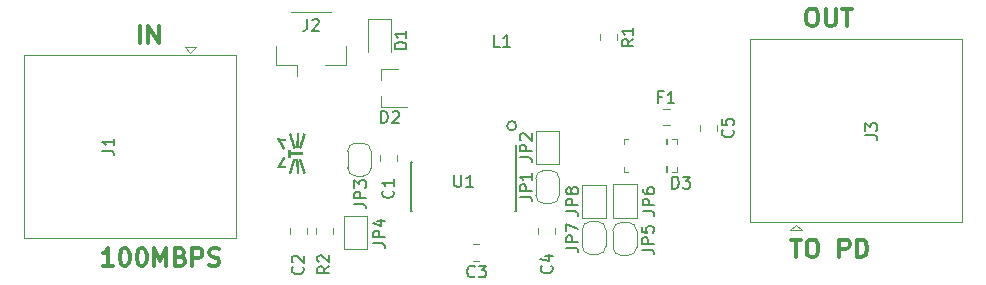
<source format=gbr>
G04 #@! TF.GenerationSoftware,KiCad,Pcbnew,(5.0.0)*
G04 #@! TF.CreationDate,2019-01-08T22:48:22-05:00*
G04 #@! TF.ProjectId,PoE PSE,506F45205053452E6B696361645F7063,rev?*
G04 #@! TF.SameCoordinates,Original*
G04 #@! TF.FileFunction,Legend,Top*
G04 #@! TF.FilePolarity,Positive*
%FSLAX46Y46*%
G04 Gerber Fmt 4.6, Leading zero omitted, Abs format (unit mm)*
G04 Created by KiCad (PCBNEW (5.0.0)) date 01/08/19 22:48:22*
%MOMM*%
%LPD*%
G01*
G04 APERTURE LIST*
%ADD10C,0.300000*%
%ADD11C,0.150000*%
%ADD12C,0.100000*%
%ADD13C,0.120000*%
%ADD14C,0.010000*%
G04 APERTURE END LIST*
D10*
X96629411Y-116680371D02*
X95772268Y-116680371D01*
X96200840Y-116680371D02*
X96200840Y-115180371D01*
X96057982Y-115394657D01*
X95915125Y-115537514D01*
X95772268Y-115608942D01*
X97557982Y-115180371D02*
X97700840Y-115180371D01*
X97843697Y-115251800D01*
X97915125Y-115323228D01*
X97986554Y-115466085D01*
X98057982Y-115751800D01*
X98057982Y-116108942D01*
X97986554Y-116394657D01*
X97915125Y-116537514D01*
X97843697Y-116608942D01*
X97700840Y-116680371D01*
X97557982Y-116680371D01*
X97415125Y-116608942D01*
X97343697Y-116537514D01*
X97272268Y-116394657D01*
X97200840Y-116108942D01*
X97200840Y-115751800D01*
X97272268Y-115466085D01*
X97343697Y-115323228D01*
X97415125Y-115251800D01*
X97557982Y-115180371D01*
X98986554Y-115180371D02*
X99129411Y-115180371D01*
X99272268Y-115251800D01*
X99343697Y-115323228D01*
X99415125Y-115466085D01*
X99486554Y-115751800D01*
X99486554Y-116108942D01*
X99415125Y-116394657D01*
X99343697Y-116537514D01*
X99272268Y-116608942D01*
X99129411Y-116680371D01*
X98986554Y-116680371D01*
X98843697Y-116608942D01*
X98772268Y-116537514D01*
X98700840Y-116394657D01*
X98629411Y-116108942D01*
X98629411Y-115751800D01*
X98700840Y-115466085D01*
X98772268Y-115323228D01*
X98843697Y-115251800D01*
X98986554Y-115180371D01*
X100129411Y-116680371D02*
X100129411Y-115180371D01*
X100629411Y-116251800D01*
X101129411Y-115180371D01*
X101129411Y-116680371D01*
X102343697Y-115894657D02*
X102557982Y-115966085D01*
X102629411Y-116037514D01*
X102700840Y-116180371D01*
X102700840Y-116394657D01*
X102629411Y-116537514D01*
X102557982Y-116608942D01*
X102415125Y-116680371D01*
X101843697Y-116680371D01*
X101843697Y-115180371D01*
X102343697Y-115180371D01*
X102486554Y-115251800D01*
X102557982Y-115323228D01*
X102629411Y-115466085D01*
X102629411Y-115608942D01*
X102557982Y-115751800D01*
X102486554Y-115823228D01*
X102343697Y-115894657D01*
X101843697Y-115894657D01*
X103343697Y-116680371D02*
X103343697Y-115180371D01*
X103915125Y-115180371D01*
X104057982Y-115251800D01*
X104129411Y-115323228D01*
X104200840Y-115466085D01*
X104200840Y-115680371D01*
X104129411Y-115823228D01*
X104057982Y-115894657D01*
X103915125Y-115966085D01*
X103343697Y-115966085D01*
X104772268Y-116608942D02*
X104986554Y-116680371D01*
X105343697Y-116680371D01*
X105486554Y-116608942D01*
X105557982Y-116537514D01*
X105629411Y-116394657D01*
X105629411Y-116251800D01*
X105557982Y-116108942D01*
X105486554Y-116037514D01*
X105343697Y-115966085D01*
X105057982Y-115894657D01*
X104915125Y-115823228D01*
X104843697Y-115751800D01*
X104772268Y-115608942D01*
X104772268Y-115466085D01*
X104843697Y-115323228D01*
X104915125Y-115251800D01*
X105057982Y-115180371D01*
X105415125Y-115180371D01*
X105629411Y-115251800D01*
X154057125Y-114436151D02*
X154914268Y-114436151D01*
X154485697Y-115936151D02*
X154485697Y-114436151D01*
X155699982Y-114436151D02*
X155985697Y-114436151D01*
X156128554Y-114507580D01*
X156271411Y-114650437D01*
X156342840Y-114936151D01*
X156342840Y-115436151D01*
X156271411Y-115721865D01*
X156128554Y-115864722D01*
X155985697Y-115936151D01*
X155699982Y-115936151D01*
X155557125Y-115864722D01*
X155414268Y-115721865D01*
X155342840Y-115436151D01*
X155342840Y-114936151D01*
X155414268Y-114650437D01*
X155557125Y-114507580D01*
X155699982Y-114436151D01*
X158128554Y-115936151D02*
X158128554Y-114436151D01*
X158699982Y-114436151D01*
X158842840Y-114507580D01*
X158914268Y-114579008D01*
X158985697Y-114721865D01*
X158985697Y-114936151D01*
X158914268Y-115079008D01*
X158842840Y-115150437D01*
X158699982Y-115221865D01*
X158128554Y-115221865D01*
X159628554Y-115936151D02*
X159628554Y-114436151D01*
X159985697Y-114436151D01*
X160199982Y-114507580D01*
X160342840Y-114650437D01*
X160414268Y-114793294D01*
X160485697Y-115079008D01*
X160485697Y-115293294D01*
X160414268Y-115579008D01*
X160342840Y-115721865D01*
X160199982Y-115864722D01*
X159985697Y-115936151D01*
X159628554Y-115936151D01*
X155682820Y-94883231D02*
X155968534Y-94883231D01*
X156111391Y-94954660D01*
X156254248Y-95097517D01*
X156325677Y-95383231D01*
X156325677Y-95883231D01*
X156254248Y-96168945D01*
X156111391Y-96311802D01*
X155968534Y-96383231D01*
X155682820Y-96383231D01*
X155539962Y-96311802D01*
X155397105Y-96168945D01*
X155325677Y-95883231D01*
X155325677Y-95383231D01*
X155397105Y-95097517D01*
X155539962Y-94954660D01*
X155682820Y-94883231D01*
X156968534Y-94883231D02*
X156968534Y-96097517D01*
X157039962Y-96240374D01*
X157111391Y-96311802D01*
X157254248Y-96383231D01*
X157539962Y-96383231D01*
X157682820Y-96311802D01*
X157754248Y-96240374D01*
X157825677Y-96097517D01*
X157825677Y-94883231D01*
X158325677Y-94883231D02*
X159182820Y-94883231D01*
X158754248Y-96383231D02*
X158754248Y-94883231D01*
X98909285Y-97820871D02*
X98909285Y-96320871D01*
X99623571Y-97820871D02*
X99623571Y-96320871D01*
X100480714Y-97820871D01*
X100480714Y-96320871D01*
D11*
X130782134Y-104800400D02*
G75*
G03X130782134Y-104800400I-391234J0D01*
G01*
D12*
G04 #@! TO.C,D3*
X139863000Y-108715000D02*
X139863000Y-108315000D01*
X139863000Y-108715000D02*
X140263000Y-108715000D01*
X144363000Y-108715000D02*
X143963000Y-108715000D01*
X144363000Y-108715000D02*
X144363000Y-108315000D01*
X144363000Y-105915000D02*
X144363000Y-106315000D01*
X144363000Y-105915000D02*
X143963000Y-105915000D01*
X139863000Y-105915000D02*
X139863000Y-106315000D01*
X139863000Y-105915000D02*
X140263000Y-105915000D01*
X143476980Y-108714540D02*
X143553180Y-108714540D01*
X143476980Y-108249720D02*
X143476980Y-108714540D01*
X143553180Y-108249720D02*
X143476980Y-108249720D01*
X143553180Y-108714540D02*
X143553180Y-108249720D01*
X143476980Y-105912920D02*
X143553180Y-105912920D01*
X143476980Y-106372660D02*
X143476980Y-105912920D01*
X143553180Y-106372660D02*
X143476980Y-106372660D01*
X143553180Y-105912920D02*
X143553180Y-106372660D01*
D13*
G04 #@! TO.C,D2*
X119318500Y-100017460D02*
X119318500Y-100947460D01*
X119318500Y-103177460D02*
X119318500Y-102247460D01*
X119318500Y-103177460D02*
X121478500Y-103177460D01*
X119318500Y-100017460D02*
X120778500Y-100017460D01*
G04 #@! TO.C,C1*
X119265093Y-107818821D02*
X119265093Y-107296317D01*
X120685093Y-107818821D02*
X120685093Y-107296317D01*
G04 #@! TO.C,C2*
X113054200Y-114007532D02*
X113054200Y-113485028D01*
X111634200Y-114007532D02*
X111634200Y-113485028D01*
G04 #@! TO.C,C3*
X127065248Y-114796500D02*
X127587752Y-114796500D01*
X127065248Y-116216500D02*
X127587752Y-116216500D01*
G04 #@! TO.C,C4*
X134060000Y-113467248D02*
X134060000Y-113989752D01*
X132640000Y-113467248D02*
X132640000Y-113989752D01*
G04 #@! TO.C,C5*
X146361080Y-104724568D02*
X146361080Y-105247072D01*
X147781080Y-104724568D02*
X147781080Y-105247072D01*
G04 #@! TO.C,D1*
X120149500Y-98586800D02*
X120149500Y-95726800D01*
X120149500Y-95726800D02*
X118229500Y-95726800D01*
X118229500Y-95726800D02*
X118229500Y-98586800D01*
G04 #@! TO.C,F1*
X143753472Y-104766180D02*
X143230968Y-104766180D01*
X143753472Y-103346180D02*
X143230968Y-103346180D01*
G04 #@! TO.C,J1*
X107067500Y-98793000D02*
X89107500Y-98793000D01*
X107067500Y-114313000D02*
X107067500Y-98793000D01*
X107067500Y-114313000D02*
X89107500Y-114313000D01*
X89107500Y-98793000D02*
X89107500Y-114313000D01*
X103187500Y-98608000D02*
X103687500Y-98108000D01*
X103687500Y-98108000D02*
X102687500Y-98108000D01*
X102687500Y-98108000D02*
X103187500Y-98608000D01*
G04 #@! TO.C,J2*
X110405680Y-98060160D02*
X110405680Y-99660160D01*
X110405680Y-99660160D02*
X112205680Y-99660160D01*
X112205680Y-99660160D02*
X112205680Y-100600160D01*
X116375680Y-98060160D02*
X116375680Y-99660160D01*
X116375680Y-99660160D02*
X114575680Y-99660160D01*
X111675680Y-95190160D02*
X115105680Y-95190160D01*
G04 #@! TO.C,J3*
X154932000Y-113664500D02*
X154432000Y-113164500D01*
X153932000Y-113664500D02*
X154932000Y-113664500D01*
X154432000Y-113164500D02*
X153932000Y-113664500D01*
X168512000Y-112979500D02*
X168512000Y-97459500D01*
X150552000Y-97459500D02*
X168512000Y-97459500D01*
X150552000Y-97459500D02*
X150552000Y-112979500D01*
X150552000Y-112979500D02*
X168512000Y-112979500D01*
G04 #@! TO.C,JP1*
X132413500Y-110682000D02*
X132413500Y-109282000D01*
X133113500Y-108582000D02*
X133713500Y-108582000D01*
X134413500Y-109282000D02*
X134413500Y-110682000D01*
X133713500Y-111382000D02*
X133113500Y-111382000D01*
X133113500Y-111382000D02*
G75*
G02X132413500Y-110682000I0J700000D01*
G01*
X134413500Y-110682000D02*
G75*
G02X133713500Y-111382000I-700000J0D01*
G01*
X133713500Y-108582000D02*
G75*
G02X134413500Y-109282000I0J-700000D01*
G01*
X132413500Y-109282000D02*
G75*
G02X133113500Y-108582000I700000J0D01*
G01*
G04 #@! TO.C,JP2*
X134413500Y-108016500D02*
X132413500Y-108016500D01*
X134413500Y-105216500D02*
X134413500Y-108016500D01*
X132413500Y-105216500D02*
X134413500Y-105216500D01*
X132413500Y-108016500D02*
X132413500Y-105216500D01*
G04 #@! TO.C,JP3*
X116483093Y-106965569D02*
G75*
G02X117183093Y-106265569I700000J0D01*
G01*
X117783093Y-106265569D02*
G75*
G02X118483093Y-106965569I0J-700000D01*
G01*
X118483093Y-108365569D02*
G75*
G02X117783093Y-109065569I-700000J0D01*
G01*
X117183093Y-109065569D02*
G75*
G02X116483093Y-108365569I0J700000D01*
G01*
X117783093Y-109065569D02*
X117183093Y-109065569D01*
X118483093Y-106965569D02*
X118483093Y-108365569D01*
X117183093Y-106265569D02*
X117783093Y-106265569D01*
X116483093Y-108365569D02*
X116483093Y-106965569D01*
G04 #@! TO.C,JP4*
X116144800Y-115235180D02*
X116144800Y-112435180D01*
X116144800Y-112435180D02*
X118144800Y-112435180D01*
X118144800Y-112435180D02*
X118144800Y-115235180D01*
X118144800Y-115235180D02*
X116144800Y-115235180D01*
G04 #@! TO.C,JP5*
X138955866Y-113677927D02*
G75*
G02X139655866Y-112977927I700000J0D01*
G01*
X140255866Y-112977927D02*
G75*
G02X140955866Y-113677927I0J-700000D01*
G01*
X140955866Y-115077927D02*
G75*
G02X140255866Y-115777927I-700000J0D01*
G01*
X139655866Y-115777927D02*
G75*
G02X138955866Y-115077927I0J700000D01*
G01*
X140255866Y-115777927D02*
X139655866Y-115777927D01*
X140955866Y-113677927D02*
X140955866Y-115077927D01*
X139655866Y-112977927D02*
X140255866Y-112977927D01*
X138955866Y-115077927D02*
X138955866Y-113677927D01*
G04 #@! TO.C,JP6*
X138955866Y-112572927D02*
X138955866Y-109772927D01*
X138955866Y-109772927D02*
X140955866Y-109772927D01*
X140955866Y-109772927D02*
X140955866Y-112572927D01*
X140955866Y-112572927D02*
X138955866Y-112572927D01*
G04 #@! TO.C,JP7*
X136352366Y-114999427D02*
X136352366Y-113599427D01*
X137052366Y-112899427D02*
X137652366Y-112899427D01*
X138352366Y-113599427D02*
X138352366Y-114999427D01*
X137652366Y-115699427D02*
X137052366Y-115699427D01*
X137052366Y-115699427D02*
G75*
G02X136352366Y-114999427I0J700000D01*
G01*
X138352366Y-114999427D02*
G75*
G02X137652366Y-115699427I-700000J0D01*
G01*
X137652366Y-112899427D02*
G75*
G02X138352366Y-113599427I0J-700000D01*
G01*
X136352366Y-113599427D02*
G75*
G02X137052366Y-112899427I700000J0D01*
G01*
G04 #@! TO.C,JP8*
X138352366Y-112587927D02*
X136352366Y-112587927D01*
X138352366Y-109787927D02*
X138352366Y-112587927D01*
X136352366Y-109787927D02*
X138352366Y-109787927D01*
X136352366Y-112587927D02*
X136352366Y-109787927D01*
G04 #@! TO.C,R1*
X139302560Y-97041068D02*
X139302560Y-97563572D01*
X137882560Y-97041068D02*
X137882560Y-97563572D01*
G04 #@! TO.C,R2*
X113795740Y-113445548D02*
X113795740Y-113968052D01*
X115215740Y-113445548D02*
X115215740Y-113968052D01*
D11*
G04 #@! TO.C,U1*
X130751500Y-107843500D02*
X130726500Y-107843500D01*
X130751500Y-111993500D02*
X130636500Y-111993500D01*
X121851500Y-111993500D02*
X121966500Y-111993500D01*
X121851500Y-107843500D02*
X121966500Y-107843500D01*
X130751500Y-107843500D02*
X130751500Y-111993500D01*
X121851500Y-107843500D02*
X121851500Y-111993500D01*
X130726500Y-107843500D02*
X130726500Y-106468500D01*
D14*
G04 #@! TO.C,G\002A\002A\002A*
G36*
X110540235Y-105879519D02*
X110548471Y-105879484D01*
X110561602Y-105879556D01*
X110579254Y-105879731D01*
X110601053Y-105880002D01*
X110626625Y-105880365D01*
X110655595Y-105880814D01*
X110687591Y-105881343D01*
X110722238Y-105881946D01*
X110759161Y-105882619D01*
X110797987Y-105883355D01*
X110830465Y-105883993D01*
X110871238Y-105884799D01*
X110910879Y-105885571D01*
X110948966Y-105886303D01*
X110985075Y-105886986D01*
X111018786Y-105887613D01*
X111049675Y-105888176D01*
X111077320Y-105888667D01*
X111101300Y-105889079D01*
X111121192Y-105889404D01*
X111136573Y-105889635D01*
X111147021Y-105889764D01*
X111151106Y-105889789D01*
X111180034Y-105889777D01*
X111180034Y-106011754D01*
X111122884Y-106009999D01*
X111103763Y-106009448D01*
X111081540Y-106008869D01*
X111056756Y-106008273D01*
X111029952Y-106007669D01*
X111001669Y-106007065D01*
X110972449Y-106006472D01*
X110942831Y-106005899D01*
X110913359Y-106005356D01*
X110884571Y-106004851D01*
X110857010Y-106004394D01*
X110831216Y-106003995D01*
X110807731Y-106003664D01*
X110787095Y-106003409D01*
X110769850Y-106003240D01*
X110756537Y-106003166D01*
X110747696Y-106003198D01*
X110743870Y-106003344D01*
X110743758Y-106003379D01*
X110744951Y-106005950D01*
X110748731Y-106013169D01*
X110754939Y-106024752D01*
X110763421Y-106040412D01*
X110774019Y-106059865D01*
X110786577Y-106082826D01*
X110800939Y-106109010D01*
X110816947Y-106138131D01*
X110834446Y-106169904D01*
X110853279Y-106204044D01*
X110873289Y-106240266D01*
X110894320Y-106278285D01*
X110916216Y-106317815D01*
X110927841Y-106338783D01*
X110950163Y-106379049D01*
X110971732Y-106417990D01*
X110992389Y-106455316D01*
X111011975Y-106490739D01*
X111030331Y-106523971D01*
X111047298Y-106554723D01*
X111062717Y-106582706D01*
X111076429Y-106607632D01*
X111088275Y-106629212D01*
X111098096Y-106647157D01*
X111105734Y-106661179D01*
X111111028Y-106670989D01*
X111113820Y-106676299D01*
X111114229Y-106677177D01*
X111112747Y-106679841D01*
X111107202Y-106684274D01*
X111097328Y-106690649D01*
X111082858Y-106699141D01*
X111066622Y-106708222D01*
X111051390Y-106716530D01*
X111037660Y-106723861D01*
X111026264Y-106729782D01*
X111018037Y-106733863D01*
X111013810Y-106735671D01*
X111013621Y-106735714D01*
X111011794Y-106734053D01*
X111008031Y-106728700D01*
X111002253Y-106719519D01*
X110994383Y-106706373D01*
X110984342Y-106689125D01*
X110972050Y-106667638D01*
X110957429Y-106641774D01*
X110940401Y-106611398D01*
X110920886Y-106576372D01*
X110898806Y-106536560D01*
X110890323Y-106521225D01*
X110868585Y-106481916D01*
X110844725Y-106438786D01*
X110819309Y-106392856D01*
X110792902Y-106345146D01*
X110766069Y-106296678D01*
X110739376Y-106248472D01*
X110713389Y-106201551D01*
X110688672Y-106156936D01*
X110665790Y-106115647D01*
X110653571Y-106093603D01*
X110635891Y-106061667D01*
X110619049Y-106031152D01*
X110603241Y-106002419D01*
X110588661Y-105975825D01*
X110575504Y-105951730D01*
X110563967Y-105930493D01*
X110554243Y-105912473D01*
X110546528Y-105898029D01*
X110541017Y-105887520D01*
X110537905Y-105881304D01*
X110537269Y-105879668D01*
X110540235Y-105879519D01*
X110540235Y-105879519D01*
G37*
X110540235Y-105879519D02*
X110548471Y-105879484D01*
X110561602Y-105879556D01*
X110579254Y-105879731D01*
X110601053Y-105880002D01*
X110626625Y-105880365D01*
X110655595Y-105880814D01*
X110687591Y-105881343D01*
X110722238Y-105881946D01*
X110759161Y-105882619D01*
X110797987Y-105883355D01*
X110830465Y-105883993D01*
X110871238Y-105884799D01*
X110910879Y-105885571D01*
X110948966Y-105886303D01*
X110985075Y-105886986D01*
X111018786Y-105887613D01*
X111049675Y-105888176D01*
X111077320Y-105888667D01*
X111101300Y-105889079D01*
X111121192Y-105889404D01*
X111136573Y-105889635D01*
X111147021Y-105889764D01*
X111151106Y-105889789D01*
X111180034Y-105889777D01*
X111180034Y-106011754D01*
X111122884Y-106009999D01*
X111103763Y-106009448D01*
X111081540Y-106008869D01*
X111056756Y-106008273D01*
X111029952Y-106007669D01*
X111001669Y-106007065D01*
X110972449Y-106006472D01*
X110942831Y-106005899D01*
X110913359Y-106005356D01*
X110884571Y-106004851D01*
X110857010Y-106004394D01*
X110831216Y-106003995D01*
X110807731Y-106003664D01*
X110787095Y-106003409D01*
X110769850Y-106003240D01*
X110756537Y-106003166D01*
X110747696Y-106003198D01*
X110743870Y-106003344D01*
X110743758Y-106003379D01*
X110744951Y-106005950D01*
X110748731Y-106013169D01*
X110754939Y-106024752D01*
X110763421Y-106040412D01*
X110774019Y-106059865D01*
X110786577Y-106082826D01*
X110800939Y-106109010D01*
X110816947Y-106138131D01*
X110834446Y-106169904D01*
X110853279Y-106204044D01*
X110873289Y-106240266D01*
X110894320Y-106278285D01*
X110916216Y-106317815D01*
X110927841Y-106338783D01*
X110950163Y-106379049D01*
X110971732Y-106417990D01*
X110992389Y-106455316D01*
X111011975Y-106490739D01*
X111030331Y-106523971D01*
X111047298Y-106554723D01*
X111062717Y-106582706D01*
X111076429Y-106607632D01*
X111088275Y-106629212D01*
X111098096Y-106647157D01*
X111105734Y-106661179D01*
X111111028Y-106670989D01*
X111113820Y-106676299D01*
X111114229Y-106677177D01*
X111112747Y-106679841D01*
X111107202Y-106684274D01*
X111097328Y-106690649D01*
X111082858Y-106699141D01*
X111066622Y-106708222D01*
X111051390Y-106716530D01*
X111037660Y-106723861D01*
X111026264Y-106729782D01*
X111018037Y-106733863D01*
X111013810Y-106735671D01*
X111013621Y-106735714D01*
X111011794Y-106734053D01*
X111008031Y-106728700D01*
X111002253Y-106719519D01*
X110994383Y-106706373D01*
X110984342Y-106689125D01*
X110972050Y-106667638D01*
X110957429Y-106641774D01*
X110940401Y-106611398D01*
X110920886Y-106576372D01*
X110898806Y-106536560D01*
X110890323Y-106521225D01*
X110868585Y-106481916D01*
X110844725Y-106438786D01*
X110819309Y-106392856D01*
X110792902Y-106345146D01*
X110766069Y-106296678D01*
X110739376Y-106248472D01*
X110713389Y-106201551D01*
X110688672Y-106156936D01*
X110665790Y-106115647D01*
X110653571Y-106093603D01*
X110635891Y-106061667D01*
X110619049Y-106031152D01*
X110603241Y-106002419D01*
X110588661Y-105975825D01*
X110575504Y-105951730D01*
X110563967Y-105930493D01*
X110554243Y-105912473D01*
X110546528Y-105898029D01*
X110541017Y-105887520D01*
X110537905Y-105881304D01*
X110537269Y-105879668D01*
X110540235Y-105879519D01*
G36*
X110538414Y-108298992D02*
X110542098Y-108291773D01*
X110548156Y-108280301D01*
X110556405Y-108264918D01*
X110566658Y-108245964D01*
X110578731Y-108223777D01*
X110592438Y-108198699D01*
X110607594Y-108171070D01*
X110624015Y-108141228D01*
X110641514Y-108109515D01*
X110659907Y-108076271D01*
X110666888Y-108063673D01*
X110688787Y-108024172D01*
X110712178Y-107981963D01*
X110736606Y-107937869D01*
X110761616Y-107892712D01*
X110786754Y-107847313D01*
X110811564Y-107802494D01*
X110835592Y-107759076D01*
X110858382Y-107717882D01*
X110879481Y-107679732D01*
X110898432Y-107645450D01*
X110903641Y-107636024D01*
X110923700Y-107599761D01*
X110941231Y-107568169D01*
X110956400Y-107540961D01*
X110969375Y-107517851D01*
X110980323Y-107498550D01*
X110989411Y-107482771D01*
X110996807Y-107470227D01*
X111002678Y-107460632D01*
X111007192Y-107453696D01*
X111010516Y-107449134D01*
X111012817Y-107446658D01*
X111014262Y-107445981D01*
X111014341Y-107445995D01*
X111018310Y-107447678D01*
X111026353Y-107451663D01*
X111037612Y-107457503D01*
X111051231Y-107464755D01*
X111066352Y-107472971D01*
X111067342Y-107473515D01*
X111085806Y-107483848D01*
X111099443Y-107491928D01*
X111108522Y-107497929D01*
X111113312Y-107502028D01*
X111114229Y-107504089D01*
X111112755Y-107507025D01*
X111108700Y-107514607D01*
X111102222Y-107526546D01*
X111093479Y-107542554D01*
X111082632Y-107562341D01*
X111069839Y-107585620D01*
X111055259Y-107612101D01*
X111039051Y-107641496D01*
X111021374Y-107673516D01*
X111002387Y-107707873D01*
X110982249Y-107744278D01*
X110961118Y-107782442D01*
X110939155Y-107822077D01*
X110927841Y-107842483D01*
X110905559Y-107882684D01*
X110884061Y-107921522D01*
X110863504Y-107958711D01*
X110844043Y-107993966D01*
X110825835Y-108027002D01*
X110809037Y-108057533D01*
X110793805Y-108085275D01*
X110780296Y-108109942D01*
X110768666Y-108131249D01*
X110759071Y-108148911D01*
X110751668Y-108162643D01*
X110746614Y-108172160D01*
X110744066Y-108177176D01*
X110743782Y-108177911D01*
X110746741Y-108178078D01*
X110754803Y-108178130D01*
X110767425Y-108178075D01*
X110784067Y-108177923D01*
X110804187Y-108177684D01*
X110827245Y-108177367D01*
X110852698Y-108176980D01*
X110880006Y-108176535D01*
X110908628Y-108176040D01*
X110938022Y-108175504D01*
X110967647Y-108174938D01*
X110996962Y-108174350D01*
X111025426Y-108173749D01*
X111052498Y-108173146D01*
X111077636Y-108172550D01*
X111100300Y-108171970D01*
X111119947Y-108171416D01*
X111124295Y-108171283D01*
X111180034Y-108169553D01*
X111180034Y-108291489D01*
X111151106Y-108291479D01*
X111144269Y-108291534D01*
X111132211Y-108291697D01*
X111115354Y-108291960D01*
X111094121Y-108292315D01*
X111068934Y-108292755D01*
X111040215Y-108293272D01*
X111008386Y-108293858D01*
X110973870Y-108294506D01*
X110937089Y-108295208D01*
X110898465Y-108295956D01*
X110858420Y-108296743D01*
X110830488Y-108297298D01*
X110790399Y-108298085D01*
X110751911Y-108298811D01*
X110715398Y-108299473D01*
X110681233Y-108300063D01*
X110649791Y-108300577D01*
X110621446Y-108301010D01*
X110596571Y-108301355D01*
X110575542Y-108301607D01*
X110558732Y-108301761D01*
X110546514Y-108301811D01*
X110539264Y-108301751D01*
X110537291Y-108301620D01*
X110538414Y-108298992D01*
X110538414Y-108298992D01*
G37*
X110538414Y-108298992D02*
X110542098Y-108291773D01*
X110548156Y-108280301D01*
X110556405Y-108264918D01*
X110566658Y-108245964D01*
X110578731Y-108223777D01*
X110592438Y-108198699D01*
X110607594Y-108171070D01*
X110624015Y-108141228D01*
X110641514Y-108109515D01*
X110659907Y-108076271D01*
X110666888Y-108063673D01*
X110688787Y-108024172D01*
X110712178Y-107981963D01*
X110736606Y-107937869D01*
X110761616Y-107892712D01*
X110786754Y-107847313D01*
X110811564Y-107802494D01*
X110835592Y-107759076D01*
X110858382Y-107717882D01*
X110879481Y-107679732D01*
X110898432Y-107645450D01*
X110903641Y-107636024D01*
X110923700Y-107599761D01*
X110941231Y-107568169D01*
X110956400Y-107540961D01*
X110969375Y-107517851D01*
X110980323Y-107498550D01*
X110989411Y-107482771D01*
X110996807Y-107470227D01*
X111002678Y-107460632D01*
X111007192Y-107453696D01*
X111010516Y-107449134D01*
X111012817Y-107446658D01*
X111014262Y-107445981D01*
X111014341Y-107445995D01*
X111018310Y-107447678D01*
X111026353Y-107451663D01*
X111037612Y-107457503D01*
X111051231Y-107464755D01*
X111066352Y-107472971D01*
X111067342Y-107473515D01*
X111085806Y-107483848D01*
X111099443Y-107491928D01*
X111108522Y-107497929D01*
X111113312Y-107502028D01*
X111114229Y-107504089D01*
X111112755Y-107507025D01*
X111108700Y-107514607D01*
X111102222Y-107526546D01*
X111093479Y-107542554D01*
X111082632Y-107562341D01*
X111069839Y-107585620D01*
X111055259Y-107612101D01*
X111039051Y-107641496D01*
X111021374Y-107673516D01*
X111002387Y-107707873D01*
X110982249Y-107744278D01*
X110961118Y-107782442D01*
X110939155Y-107822077D01*
X110927841Y-107842483D01*
X110905559Y-107882684D01*
X110884061Y-107921522D01*
X110863504Y-107958711D01*
X110844043Y-107993966D01*
X110825835Y-108027002D01*
X110809037Y-108057533D01*
X110793805Y-108085275D01*
X110780296Y-108109942D01*
X110768666Y-108131249D01*
X110759071Y-108148911D01*
X110751668Y-108162643D01*
X110746614Y-108172160D01*
X110744066Y-108177176D01*
X110743782Y-108177911D01*
X110746741Y-108178078D01*
X110754803Y-108178130D01*
X110767425Y-108178075D01*
X110784067Y-108177923D01*
X110804187Y-108177684D01*
X110827245Y-108177367D01*
X110852698Y-108176980D01*
X110880006Y-108176535D01*
X110908628Y-108176040D01*
X110938022Y-108175504D01*
X110967647Y-108174938D01*
X110996962Y-108174350D01*
X111025426Y-108173749D01*
X111052498Y-108173146D01*
X111077636Y-108172550D01*
X111100300Y-108171970D01*
X111119947Y-108171416D01*
X111124295Y-108171283D01*
X111180034Y-108169553D01*
X111180034Y-108291489D01*
X111151106Y-108291479D01*
X111144269Y-108291534D01*
X111132211Y-108291697D01*
X111115354Y-108291960D01*
X111094121Y-108292315D01*
X111068934Y-108292755D01*
X111040215Y-108293272D01*
X111008386Y-108293858D01*
X110973870Y-108294506D01*
X110937089Y-108295208D01*
X110898465Y-108295956D01*
X110858420Y-108296743D01*
X110830488Y-108297298D01*
X110790399Y-108298085D01*
X110751911Y-108298811D01*
X110715398Y-108299473D01*
X110681233Y-108300063D01*
X110649791Y-108300577D01*
X110621446Y-108301010D01*
X110596571Y-108301355D01*
X110575542Y-108301607D01*
X110558732Y-108301761D01*
X110546514Y-108301811D01*
X110539264Y-108301751D01*
X110537291Y-108301620D01*
X110538414Y-108298992D01*
G36*
X111513911Y-108755437D02*
X111516411Y-108747501D01*
X111520461Y-108734796D01*
X111525964Y-108717618D01*
X111532823Y-108696266D01*
X111540943Y-108671037D01*
X111550226Y-108642228D01*
X111560577Y-108610137D01*
X111571900Y-108575060D01*
X111584097Y-108537296D01*
X111597073Y-108497142D01*
X111610731Y-108454896D01*
X111624975Y-108410854D01*
X111639708Y-108365313D01*
X111654835Y-108318573D01*
X111670258Y-108270929D01*
X111685882Y-108222679D01*
X111701610Y-108174121D01*
X111717346Y-108125552D01*
X111732994Y-108077269D01*
X111748456Y-108029570D01*
X111763638Y-107982752D01*
X111778441Y-107937113D01*
X111792771Y-107892949D01*
X111806531Y-107850559D01*
X111819624Y-107810240D01*
X111831954Y-107772289D01*
X111843425Y-107737003D01*
X111853941Y-107704681D01*
X111863404Y-107675619D01*
X111871719Y-107650114D01*
X111878790Y-107628465D01*
X111884520Y-107610968D01*
X111888812Y-107597921D01*
X111891571Y-107589621D01*
X111892699Y-107586366D01*
X111892719Y-107586330D01*
X111895683Y-107586711D01*
X111903009Y-107588581D01*
X111913734Y-107591636D01*
X111926901Y-107595573D01*
X111941547Y-107600087D01*
X111956714Y-107604875D01*
X111971440Y-107609634D01*
X111984767Y-107614058D01*
X111995733Y-107617846D01*
X112003379Y-107620692D01*
X112006744Y-107622294D01*
X112006821Y-107622425D01*
X112005953Y-107625224D01*
X112003426Y-107633149D01*
X111999318Y-107645955D01*
X111993708Y-107663399D01*
X111986676Y-107685235D01*
X111978300Y-107711220D01*
X111968659Y-107741110D01*
X111957832Y-107774659D01*
X111945898Y-107811624D01*
X111932935Y-107851760D01*
X111919023Y-107894824D01*
X111904240Y-107940570D01*
X111888666Y-107988755D01*
X111872379Y-108039133D01*
X111855457Y-108091462D01*
X111837981Y-108145496D01*
X111820028Y-108200991D01*
X111817229Y-108209644D01*
X111799212Y-108265329D01*
X111781657Y-108319582D01*
X111764644Y-108372159D01*
X111748250Y-108422817D01*
X111732555Y-108471311D01*
X111717639Y-108517398D01*
X111703579Y-108560834D01*
X111690454Y-108601376D01*
X111678345Y-108638779D01*
X111667329Y-108672800D01*
X111657485Y-108703195D01*
X111648893Y-108729720D01*
X111641631Y-108752132D01*
X111635778Y-108770187D01*
X111631413Y-108783641D01*
X111628616Y-108792250D01*
X111627464Y-108795771D01*
X111627438Y-108795846D01*
X111624752Y-108795304D01*
X111617674Y-108793255D01*
X111607155Y-108790011D01*
X111594146Y-108785883D01*
X111579598Y-108781184D01*
X111564462Y-108776225D01*
X111549689Y-108771320D01*
X111536230Y-108766779D01*
X111525036Y-108762915D01*
X111517058Y-108760041D01*
X111513247Y-108758468D01*
X111513056Y-108758307D01*
X111513911Y-108755437D01*
X111513911Y-108755437D01*
G37*
X111513911Y-108755437D02*
X111516411Y-108747501D01*
X111520461Y-108734796D01*
X111525964Y-108717618D01*
X111532823Y-108696266D01*
X111540943Y-108671037D01*
X111550226Y-108642228D01*
X111560577Y-108610137D01*
X111571900Y-108575060D01*
X111584097Y-108537296D01*
X111597073Y-108497142D01*
X111610731Y-108454896D01*
X111624975Y-108410854D01*
X111639708Y-108365313D01*
X111654835Y-108318573D01*
X111670258Y-108270929D01*
X111685882Y-108222679D01*
X111701610Y-108174121D01*
X111717346Y-108125552D01*
X111732994Y-108077269D01*
X111748456Y-108029570D01*
X111763638Y-107982752D01*
X111778441Y-107937113D01*
X111792771Y-107892949D01*
X111806531Y-107850559D01*
X111819624Y-107810240D01*
X111831954Y-107772289D01*
X111843425Y-107737003D01*
X111853941Y-107704681D01*
X111863404Y-107675619D01*
X111871719Y-107650114D01*
X111878790Y-107628465D01*
X111884520Y-107610968D01*
X111888812Y-107597921D01*
X111891571Y-107589621D01*
X111892699Y-107586366D01*
X111892719Y-107586330D01*
X111895683Y-107586711D01*
X111903009Y-107588581D01*
X111913734Y-107591636D01*
X111926901Y-107595573D01*
X111941547Y-107600087D01*
X111956714Y-107604875D01*
X111971440Y-107609634D01*
X111984767Y-107614058D01*
X111995733Y-107617846D01*
X112003379Y-107620692D01*
X112006744Y-107622294D01*
X112006821Y-107622425D01*
X112005953Y-107625224D01*
X112003426Y-107633149D01*
X111999318Y-107645955D01*
X111993708Y-107663399D01*
X111986676Y-107685235D01*
X111978300Y-107711220D01*
X111968659Y-107741110D01*
X111957832Y-107774659D01*
X111945898Y-107811624D01*
X111932935Y-107851760D01*
X111919023Y-107894824D01*
X111904240Y-107940570D01*
X111888666Y-107988755D01*
X111872379Y-108039133D01*
X111855457Y-108091462D01*
X111837981Y-108145496D01*
X111820028Y-108200991D01*
X111817229Y-108209644D01*
X111799212Y-108265329D01*
X111781657Y-108319582D01*
X111764644Y-108372159D01*
X111748250Y-108422817D01*
X111732555Y-108471311D01*
X111717639Y-108517398D01*
X111703579Y-108560834D01*
X111690454Y-108601376D01*
X111678345Y-108638779D01*
X111667329Y-108672800D01*
X111657485Y-108703195D01*
X111648893Y-108729720D01*
X111641631Y-108752132D01*
X111635778Y-108770187D01*
X111631413Y-108783641D01*
X111628616Y-108792250D01*
X111627464Y-108795771D01*
X111627438Y-108795846D01*
X111624752Y-108795304D01*
X111617674Y-108793255D01*
X111607155Y-108790011D01*
X111594146Y-108785883D01*
X111579598Y-108781184D01*
X111564462Y-108776225D01*
X111549689Y-108771320D01*
X111536230Y-108766779D01*
X111525036Y-108762915D01*
X111517058Y-108760041D01*
X111513247Y-108758468D01*
X111513056Y-108758307D01*
X111513911Y-108755437D01*
G36*
X111522508Y-105487095D02*
X111525892Y-105485466D01*
X111533571Y-105482603D01*
X111544569Y-105478814D01*
X111557909Y-105474405D01*
X111572617Y-105469681D01*
X111587715Y-105464950D01*
X111602229Y-105460517D01*
X111615181Y-105456689D01*
X111625597Y-105453772D01*
X111632499Y-105452072D01*
X111634894Y-105451828D01*
X111635866Y-105454584D01*
X111638478Y-105462412D01*
X111642635Y-105475015D01*
X111648239Y-105492095D01*
X111655194Y-105513354D01*
X111663404Y-105538494D01*
X111672771Y-105567217D01*
X111683200Y-105599225D01*
X111694593Y-105634221D01*
X111706854Y-105671906D01*
X111719886Y-105711983D01*
X111733593Y-105754154D01*
X111747878Y-105798121D01*
X111762644Y-105843586D01*
X111777796Y-105890251D01*
X111793235Y-105937818D01*
X111808866Y-105985991D01*
X111824592Y-106034469D01*
X111840317Y-106082957D01*
X111855943Y-106131155D01*
X111871374Y-106178767D01*
X111886514Y-106225494D01*
X111901266Y-106271038D01*
X111915533Y-106315101D01*
X111929219Y-106357386D01*
X111942226Y-106397595D01*
X111954459Y-106435430D01*
X111965821Y-106470592D01*
X111976215Y-106502785D01*
X111985545Y-106531710D01*
X111993714Y-106557070D01*
X112000625Y-106578566D01*
X112006181Y-106595900D01*
X112010287Y-106608776D01*
X112012845Y-106616894D01*
X112013587Y-106619322D01*
X112013732Y-106621342D01*
X112012477Y-106623297D01*
X112009174Y-106625469D01*
X112003177Y-106628138D01*
X111993840Y-106631587D01*
X111980517Y-106636097D01*
X111962561Y-106641950D01*
X111958930Y-106643121D01*
X111942097Y-106648460D01*
X111927132Y-106653038D01*
X111914845Y-106656621D01*
X111906046Y-106658977D01*
X111901546Y-106659869D01*
X111901150Y-106659812D01*
X111900077Y-106656954D01*
X111897378Y-106649029D01*
X111893147Y-106636336D01*
X111887481Y-106619172D01*
X111880476Y-106597833D01*
X111872228Y-106572618D01*
X111862832Y-106543822D01*
X111852385Y-106511744D01*
X111840982Y-106476680D01*
X111828720Y-106438928D01*
X111815694Y-106398784D01*
X111802001Y-106356546D01*
X111787736Y-106312511D01*
X111772995Y-106266976D01*
X111757874Y-106220238D01*
X111742470Y-106172595D01*
X111726877Y-106124343D01*
X111711192Y-106075780D01*
X111695512Y-106027203D01*
X111679931Y-105978908D01*
X111664546Y-105931194D01*
X111649453Y-105884357D01*
X111634747Y-105838694D01*
X111620525Y-105794503D01*
X111606883Y-105752080D01*
X111593916Y-105711723D01*
X111581720Y-105673729D01*
X111570392Y-105638395D01*
X111560028Y-105606019D01*
X111550722Y-105576897D01*
X111542572Y-105551326D01*
X111535673Y-105529604D01*
X111530121Y-105512028D01*
X111526012Y-105498894D01*
X111523442Y-105490501D01*
X111522507Y-105487145D01*
X111522508Y-105487095D01*
X111522508Y-105487095D01*
G37*
X111522508Y-105487095D02*
X111525892Y-105485466D01*
X111533571Y-105482603D01*
X111544569Y-105478814D01*
X111557909Y-105474405D01*
X111572617Y-105469681D01*
X111587715Y-105464950D01*
X111602229Y-105460517D01*
X111615181Y-105456689D01*
X111625597Y-105453772D01*
X111632499Y-105452072D01*
X111634894Y-105451828D01*
X111635866Y-105454584D01*
X111638478Y-105462412D01*
X111642635Y-105475015D01*
X111648239Y-105492095D01*
X111655194Y-105513354D01*
X111663404Y-105538494D01*
X111672771Y-105567217D01*
X111683200Y-105599225D01*
X111694593Y-105634221D01*
X111706854Y-105671906D01*
X111719886Y-105711983D01*
X111733593Y-105754154D01*
X111747878Y-105798121D01*
X111762644Y-105843586D01*
X111777796Y-105890251D01*
X111793235Y-105937818D01*
X111808866Y-105985991D01*
X111824592Y-106034469D01*
X111840317Y-106082957D01*
X111855943Y-106131155D01*
X111871374Y-106178767D01*
X111886514Y-106225494D01*
X111901266Y-106271038D01*
X111915533Y-106315101D01*
X111929219Y-106357386D01*
X111942226Y-106397595D01*
X111954459Y-106435430D01*
X111965821Y-106470592D01*
X111976215Y-106502785D01*
X111985545Y-106531710D01*
X111993714Y-106557070D01*
X112000625Y-106578566D01*
X112006181Y-106595900D01*
X112010287Y-106608776D01*
X112012845Y-106616894D01*
X112013587Y-106619322D01*
X112013732Y-106621342D01*
X112012477Y-106623297D01*
X112009174Y-106625469D01*
X112003177Y-106628138D01*
X111993840Y-106631587D01*
X111980517Y-106636097D01*
X111962561Y-106641950D01*
X111958930Y-106643121D01*
X111942097Y-106648460D01*
X111927132Y-106653038D01*
X111914845Y-106656621D01*
X111906046Y-106658977D01*
X111901546Y-106659869D01*
X111901150Y-106659812D01*
X111900077Y-106656954D01*
X111897378Y-106649029D01*
X111893147Y-106636336D01*
X111887481Y-106619172D01*
X111880476Y-106597833D01*
X111872228Y-106572618D01*
X111862832Y-106543822D01*
X111852385Y-106511744D01*
X111840982Y-106476680D01*
X111828720Y-106438928D01*
X111815694Y-106398784D01*
X111802001Y-106356546D01*
X111787736Y-106312511D01*
X111772995Y-106266976D01*
X111757874Y-106220238D01*
X111742470Y-106172595D01*
X111726877Y-106124343D01*
X111711192Y-106075780D01*
X111695512Y-106027203D01*
X111679931Y-105978908D01*
X111664546Y-105931194D01*
X111649453Y-105884357D01*
X111634747Y-105838694D01*
X111620525Y-105794503D01*
X111606883Y-105752080D01*
X111593916Y-105711723D01*
X111581720Y-105673729D01*
X111570392Y-105638395D01*
X111560028Y-105606019D01*
X111550722Y-105576897D01*
X111542572Y-105551326D01*
X111535673Y-105529604D01*
X111530121Y-105512028D01*
X111526012Y-105498894D01*
X111523442Y-105490501D01*
X111522507Y-105487145D01*
X111522508Y-105487095D01*
G36*
X112123314Y-107623518D02*
X112130927Y-107622758D01*
X112142126Y-107621814D01*
X112155889Y-107620755D01*
X112171193Y-107619651D01*
X112187015Y-107618573D01*
X112202331Y-107617589D01*
X112216119Y-107616770D01*
X112227355Y-107616185D01*
X112235017Y-107615904D01*
X112238081Y-107615997D01*
X112238083Y-107615998D01*
X112238381Y-107618848D01*
X112239037Y-107627014D01*
X112240031Y-107640180D01*
X112241340Y-107658029D01*
X112242943Y-107680245D01*
X112244818Y-107706514D01*
X112246944Y-107736518D01*
X112249298Y-107769942D01*
X112251859Y-107806470D01*
X112254606Y-107845786D01*
X112257516Y-107887574D01*
X112260568Y-107931517D01*
X112263741Y-107977301D01*
X112267012Y-108024609D01*
X112270360Y-108073124D01*
X112273764Y-108122532D01*
X112277201Y-108172516D01*
X112280650Y-108222759D01*
X112284089Y-108272947D01*
X112287497Y-108322763D01*
X112290851Y-108371892D01*
X112294131Y-108420016D01*
X112297314Y-108466821D01*
X112300379Y-108511990D01*
X112303304Y-108555207D01*
X112306068Y-108596157D01*
X112308648Y-108634523D01*
X112311024Y-108669989D01*
X112313172Y-108702240D01*
X112315073Y-108730959D01*
X112316703Y-108755831D01*
X112318042Y-108776539D01*
X112319068Y-108792768D01*
X112319758Y-108804201D01*
X112320092Y-108810523D01*
X112320121Y-108811483D01*
X112319979Y-108819568D01*
X112318734Y-108823522D01*
X112315373Y-108824858D01*
X112311039Y-108825049D01*
X112305239Y-108825308D01*
X112294947Y-108825926D01*
X112281299Y-108826827D01*
X112265430Y-108827938D01*
X112252478Y-108828884D01*
X112236452Y-108830046D01*
X112222518Y-108830997D01*
X112211593Y-108831680D01*
X112204592Y-108832038D01*
X112202407Y-108832040D01*
X112202125Y-108829203D01*
X112201486Y-108821048D01*
X112200513Y-108807890D01*
X112199226Y-108790043D01*
X112197647Y-108767821D01*
X112195797Y-108741540D01*
X112193697Y-108711512D01*
X112191370Y-108678053D01*
X112188836Y-108641476D01*
X112186116Y-108602097D01*
X112183233Y-108560229D01*
X112180207Y-108516186D01*
X112177059Y-108470284D01*
X112173812Y-108422836D01*
X112170486Y-108374156D01*
X112167104Y-108324560D01*
X112163685Y-108274361D01*
X112160252Y-108223873D01*
X112156825Y-108173411D01*
X112153427Y-108123289D01*
X112150079Y-108073822D01*
X112146801Y-108025324D01*
X112143616Y-107978108D01*
X112140545Y-107932491D01*
X112137608Y-107888785D01*
X112134828Y-107847305D01*
X112132226Y-107808365D01*
X112129823Y-107772280D01*
X112127641Y-107739365D01*
X112125700Y-107709932D01*
X112124023Y-107684297D01*
X112122630Y-107662774D01*
X112121543Y-107645678D01*
X112120784Y-107633322D01*
X112120373Y-107626021D01*
X112120312Y-107624025D01*
X112123314Y-107623518D01*
X112123314Y-107623518D01*
G37*
X112123314Y-107623518D02*
X112130927Y-107622758D01*
X112142126Y-107621814D01*
X112155889Y-107620755D01*
X112171193Y-107619651D01*
X112187015Y-107618573D01*
X112202331Y-107617589D01*
X112216119Y-107616770D01*
X112227355Y-107616185D01*
X112235017Y-107615904D01*
X112238081Y-107615997D01*
X112238083Y-107615998D01*
X112238381Y-107618848D01*
X112239037Y-107627014D01*
X112240031Y-107640180D01*
X112241340Y-107658029D01*
X112242943Y-107680245D01*
X112244818Y-107706514D01*
X112246944Y-107736518D01*
X112249298Y-107769942D01*
X112251859Y-107806470D01*
X112254606Y-107845786D01*
X112257516Y-107887574D01*
X112260568Y-107931517D01*
X112263741Y-107977301D01*
X112267012Y-108024609D01*
X112270360Y-108073124D01*
X112273764Y-108122532D01*
X112277201Y-108172516D01*
X112280650Y-108222759D01*
X112284089Y-108272947D01*
X112287497Y-108322763D01*
X112290851Y-108371892D01*
X112294131Y-108420016D01*
X112297314Y-108466821D01*
X112300379Y-108511990D01*
X112303304Y-108555207D01*
X112306068Y-108596157D01*
X112308648Y-108634523D01*
X112311024Y-108669989D01*
X112313172Y-108702240D01*
X112315073Y-108730959D01*
X112316703Y-108755831D01*
X112318042Y-108776539D01*
X112319068Y-108792768D01*
X112319758Y-108804201D01*
X112320092Y-108810523D01*
X112320121Y-108811483D01*
X112319979Y-108819568D01*
X112318734Y-108823522D01*
X112315373Y-108824858D01*
X112311039Y-108825049D01*
X112305239Y-108825308D01*
X112294947Y-108825926D01*
X112281299Y-108826827D01*
X112265430Y-108827938D01*
X112252478Y-108828884D01*
X112236452Y-108830046D01*
X112222518Y-108830997D01*
X112211593Y-108831680D01*
X112204592Y-108832038D01*
X112202407Y-108832040D01*
X112202125Y-108829203D01*
X112201486Y-108821048D01*
X112200513Y-108807890D01*
X112199226Y-108790043D01*
X112197647Y-108767821D01*
X112195797Y-108741540D01*
X112193697Y-108711512D01*
X112191370Y-108678053D01*
X112188836Y-108641476D01*
X112186116Y-108602097D01*
X112183233Y-108560229D01*
X112180207Y-108516186D01*
X112177059Y-108470284D01*
X112173812Y-108422836D01*
X112170486Y-108374156D01*
X112167104Y-108324560D01*
X112163685Y-108274361D01*
X112160252Y-108223873D01*
X112156825Y-108173411D01*
X112153427Y-108123289D01*
X112150079Y-108073822D01*
X112146801Y-108025324D01*
X112143616Y-107978108D01*
X112140545Y-107932491D01*
X112137608Y-107888785D01*
X112134828Y-107847305D01*
X112132226Y-107808365D01*
X112129823Y-107772280D01*
X112127641Y-107739365D01*
X112125700Y-107709932D01*
X112124023Y-107684297D01*
X112122630Y-107662774D01*
X112121543Y-107645678D01*
X112120784Y-107633322D01*
X112120373Y-107626021D01*
X112120312Y-107624025D01*
X112123314Y-107623518D01*
G36*
X112128753Y-106619091D02*
X112129215Y-106610923D01*
X112130022Y-106597753D01*
X112131154Y-106579895D01*
X112132588Y-106557663D01*
X112134305Y-106531372D01*
X112136281Y-106501336D01*
X112138497Y-106467869D01*
X112140930Y-106431286D01*
X112143559Y-106391901D01*
X112146363Y-106350028D01*
X112149320Y-106305982D01*
X112152409Y-106260077D01*
X112155609Y-106212628D01*
X112158899Y-106163948D01*
X112162256Y-106114352D01*
X112165660Y-106064155D01*
X112169089Y-106013671D01*
X112172522Y-105963214D01*
X112175938Y-105913098D01*
X112179314Y-105863638D01*
X112182631Y-105815148D01*
X112185865Y-105767943D01*
X112188997Y-105722337D01*
X112192005Y-105678644D01*
X112194866Y-105637178D01*
X112197561Y-105598255D01*
X112200067Y-105562188D01*
X112202364Y-105529291D01*
X112204429Y-105499879D01*
X112206242Y-105474267D01*
X112207780Y-105452768D01*
X112209024Y-105435697D01*
X112209951Y-105423368D01*
X112210540Y-105416096D01*
X112210756Y-105414127D01*
X112213685Y-105414083D01*
X112221349Y-105414423D01*
X112232856Y-105415095D01*
X112247313Y-105416046D01*
X112263767Y-105417220D01*
X112280757Y-105418456D01*
X112296142Y-105419540D01*
X112308902Y-105420402D01*
X112318012Y-105420973D01*
X112322328Y-105421183D01*
X112325690Y-105421631D01*
X112327558Y-105423670D01*
X112328323Y-105428552D01*
X112328379Y-105437531D01*
X112328332Y-105440339D01*
X112328105Y-105444993D01*
X112327505Y-105455006D01*
X112326551Y-105470103D01*
X112325260Y-105490011D01*
X112323652Y-105514458D01*
X112321745Y-105543169D01*
X112319557Y-105575873D01*
X112317106Y-105612295D01*
X112314412Y-105652162D01*
X112311492Y-105695202D01*
X112308365Y-105741141D01*
X112305050Y-105789707D01*
X112301565Y-105840625D01*
X112297928Y-105893622D01*
X112294158Y-105948427D01*
X112290273Y-106004764D01*
X112287591Y-106043589D01*
X112283653Y-106100536D01*
X112279818Y-106155983D01*
X112276104Y-106209666D01*
X112272530Y-106261325D01*
X112269113Y-106310695D01*
X112265872Y-106357514D01*
X112262825Y-106401521D01*
X112259990Y-106442451D01*
X112257385Y-106480043D01*
X112255029Y-106514035D01*
X112252940Y-106544162D01*
X112251136Y-106570164D01*
X112249634Y-106591777D01*
X112248454Y-106608740D01*
X112247614Y-106620788D01*
X112247131Y-106627660D01*
X112247015Y-106629258D01*
X112244317Y-106629472D01*
X112236994Y-106629326D01*
X112226053Y-106628880D01*
X112212496Y-106628198D01*
X112197329Y-106627340D01*
X112181557Y-106626370D01*
X112166183Y-106625349D01*
X112152212Y-106624340D01*
X112140650Y-106623404D01*
X112132499Y-106622604D01*
X112128766Y-106622002D01*
X112128659Y-106621942D01*
X112128753Y-106619091D01*
X112128753Y-106619091D01*
G37*
X112128753Y-106619091D02*
X112129215Y-106610923D01*
X112130022Y-106597753D01*
X112131154Y-106579895D01*
X112132588Y-106557663D01*
X112134305Y-106531372D01*
X112136281Y-106501336D01*
X112138497Y-106467869D01*
X112140930Y-106431286D01*
X112143559Y-106391901D01*
X112146363Y-106350028D01*
X112149320Y-106305982D01*
X112152409Y-106260077D01*
X112155609Y-106212628D01*
X112158899Y-106163948D01*
X112162256Y-106114352D01*
X112165660Y-106064155D01*
X112169089Y-106013671D01*
X112172522Y-105963214D01*
X112175938Y-105913098D01*
X112179314Y-105863638D01*
X112182631Y-105815148D01*
X112185865Y-105767943D01*
X112188997Y-105722337D01*
X112192005Y-105678644D01*
X112194866Y-105637178D01*
X112197561Y-105598255D01*
X112200067Y-105562188D01*
X112202364Y-105529291D01*
X112204429Y-105499879D01*
X112206242Y-105474267D01*
X112207780Y-105452768D01*
X112209024Y-105435697D01*
X112209951Y-105423368D01*
X112210540Y-105416096D01*
X112210756Y-105414127D01*
X112213685Y-105414083D01*
X112221349Y-105414423D01*
X112232856Y-105415095D01*
X112247313Y-105416046D01*
X112263767Y-105417220D01*
X112280757Y-105418456D01*
X112296142Y-105419540D01*
X112308902Y-105420402D01*
X112318012Y-105420973D01*
X112322328Y-105421183D01*
X112325690Y-105421631D01*
X112327558Y-105423670D01*
X112328323Y-105428552D01*
X112328379Y-105437531D01*
X112328332Y-105440339D01*
X112328105Y-105444993D01*
X112327505Y-105455006D01*
X112326551Y-105470103D01*
X112325260Y-105490011D01*
X112323652Y-105514458D01*
X112321745Y-105543169D01*
X112319557Y-105575873D01*
X112317106Y-105612295D01*
X112314412Y-105652162D01*
X112311492Y-105695202D01*
X112308365Y-105741141D01*
X112305050Y-105789707D01*
X112301565Y-105840625D01*
X112297928Y-105893622D01*
X112294158Y-105948427D01*
X112290273Y-106004764D01*
X112287591Y-106043589D01*
X112283653Y-106100536D01*
X112279818Y-106155983D01*
X112276104Y-106209666D01*
X112272530Y-106261325D01*
X112269113Y-106310695D01*
X112265872Y-106357514D01*
X112262825Y-106401521D01*
X112259990Y-106442451D01*
X112257385Y-106480043D01*
X112255029Y-106514035D01*
X112252940Y-106544162D01*
X112251136Y-106570164D01*
X112249634Y-106591777D01*
X112248454Y-106608740D01*
X112247614Y-106620788D01*
X112247131Y-106627660D01*
X112247015Y-106629258D01*
X112244317Y-106629472D01*
X112236994Y-106629326D01*
X112226053Y-106628880D01*
X112212496Y-106628198D01*
X112197329Y-106627340D01*
X112181557Y-106626370D01*
X112166183Y-106625349D01*
X112152212Y-106624340D01*
X112140650Y-106623404D01*
X112132499Y-106622604D01*
X112128766Y-106622002D01*
X112128659Y-106621942D01*
X112128753Y-106619091D01*
G36*
X111617478Y-106857800D02*
X111617478Y-107046889D01*
X112610900Y-107046889D01*
X112610900Y-107233155D01*
X111617478Y-107233155D01*
X111617478Y-107422244D01*
X111448145Y-107422244D01*
X111448145Y-106857800D01*
X111617478Y-106857800D01*
X111617478Y-106857800D01*
G37*
X111617478Y-106857800D02*
X111617478Y-107046889D01*
X112610900Y-107046889D01*
X112610900Y-107233155D01*
X111617478Y-107233155D01*
X111617478Y-107422244D01*
X111448145Y-107422244D01*
X111448145Y-106857800D01*
X111617478Y-106857800D01*
G36*
X112362253Y-107625871D02*
X112369210Y-107623267D01*
X112379639Y-107619589D01*
X112392587Y-107615153D01*
X112407101Y-107610273D01*
X112422229Y-107605265D01*
X112437015Y-107600443D01*
X112450509Y-107596122D01*
X112461755Y-107592619D01*
X112469801Y-107590247D01*
X112473694Y-107589322D01*
X112473904Y-107589350D01*
X112474814Y-107592074D01*
X112477381Y-107599923D01*
X112481525Y-107612651D01*
X112487167Y-107630014D01*
X112494226Y-107651766D01*
X112502624Y-107677662D01*
X112512281Y-107707455D01*
X112523117Y-107740901D01*
X112535054Y-107777754D01*
X112548011Y-107817768D01*
X112561909Y-107860698D01*
X112576668Y-107906299D01*
X112592209Y-107954324D01*
X112608453Y-108004530D01*
X112625319Y-108056669D01*
X112642729Y-108110497D01*
X112660603Y-108165768D01*
X112661435Y-108168341D01*
X112679343Y-108223718D01*
X112696798Y-108277689D01*
X112713720Y-108330006D01*
X112730030Y-108380422D01*
X112745647Y-108428690D01*
X112760490Y-108474563D01*
X112774481Y-108517793D01*
X112787539Y-108558133D01*
X112799584Y-108595337D01*
X112810536Y-108629156D01*
X112820315Y-108659344D01*
X112828841Y-108685653D01*
X112836033Y-108707837D01*
X112841813Y-108725647D01*
X112846099Y-108738837D01*
X112848812Y-108747160D01*
X112849872Y-108750368D01*
X112849878Y-108750385D01*
X112848741Y-108754284D01*
X112844577Y-108756835D01*
X112837687Y-108759280D01*
X112827317Y-108762745D01*
X112814445Y-108766924D01*
X112800049Y-108771512D01*
X112785109Y-108776204D01*
X112770604Y-108780696D01*
X112757510Y-108784681D01*
X112746808Y-108787855D01*
X112739477Y-108789912D01*
X112736493Y-108790548D01*
X112736477Y-108790539D01*
X112735539Y-108787817D01*
X112732961Y-108780022D01*
X112728841Y-108767453D01*
X112723274Y-108750408D01*
X112716358Y-108729186D01*
X112708189Y-108704084D01*
X112698863Y-108675402D01*
X112688478Y-108643437D01*
X112677130Y-108608489D01*
X112664916Y-108570855D01*
X112651931Y-108530833D01*
X112638274Y-108488722D01*
X112624040Y-108444821D01*
X112609325Y-108399428D01*
X112594228Y-108352840D01*
X112578843Y-108305357D01*
X112563269Y-108257277D01*
X112547601Y-108208898D01*
X112531936Y-108160518D01*
X112516371Y-108112436D01*
X112501002Y-108064950D01*
X112485926Y-108018359D01*
X112471240Y-107972961D01*
X112457039Y-107929054D01*
X112443422Y-107886936D01*
X112430484Y-107846907D01*
X112418321Y-107809263D01*
X112407032Y-107774305D01*
X112396711Y-107742329D01*
X112387457Y-107713635D01*
X112379365Y-107688520D01*
X112372532Y-107667284D01*
X112367054Y-107650223D01*
X112363029Y-107637638D01*
X112360553Y-107629826D01*
X112359722Y-107627087D01*
X112362253Y-107625871D01*
X112362253Y-107625871D01*
G37*
X112362253Y-107625871D02*
X112369210Y-107623267D01*
X112379639Y-107619589D01*
X112392587Y-107615153D01*
X112407101Y-107610273D01*
X112422229Y-107605265D01*
X112437015Y-107600443D01*
X112450509Y-107596122D01*
X112461755Y-107592619D01*
X112469801Y-107590247D01*
X112473694Y-107589322D01*
X112473904Y-107589350D01*
X112474814Y-107592074D01*
X112477381Y-107599923D01*
X112481525Y-107612651D01*
X112487167Y-107630014D01*
X112494226Y-107651766D01*
X112502624Y-107677662D01*
X112512281Y-107707455D01*
X112523117Y-107740901D01*
X112535054Y-107777754D01*
X112548011Y-107817768D01*
X112561909Y-107860698D01*
X112576668Y-107906299D01*
X112592209Y-107954324D01*
X112608453Y-108004530D01*
X112625319Y-108056669D01*
X112642729Y-108110497D01*
X112660603Y-108165768D01*
X112661435Y-108168341D01*
X112679343Y-108223718D01*
X112696798Y-108277689D01*
X112713720Y-108330006D01*
X112730030Y-108380422D01*
X112745647Y-108428690D01*
X112760490Y-108474563D01*
X112774481Y-108517793D01*
X112787539Y-108558133D01*
X112799584Y-108595337D01*
X112810536Y-108629156D01*
X112820315Y-108659344D01*
X112828841Y-108685653D01*
X112836033Y-108707837D01*
X112841813Y-108725647D01*
X112846099Y-108738837D01*
X112848812Y-108747160D01*
X112849872Y-108750368D01*
X112849878Y-108750385D01*
X112848741Y-108754284D01*
X112844577Y-108756835D01*
X112837687Y-108759280D01*
X112827317Y-108762745D01*
X112814445Y-108766924D01*
X112800049Y-108771512D01*
X112785109Y-108776204D01*
X112770604Y-108780696D01*
X112757510Y-108784681D01*
X112746808Y-108787855D01*
X112739477Y-108789912D01*
X112736493Y-108790548D01*
X112736477Y-108790539D01*
X112735539Y-108787817D01*
X112732961Y-108780022D01*
X112728841Y-108767453D01*
X112723274Y-108750408D01*
X112716358Y-108729186D01*
X112708189Y-108704084D01*
X112698863Y-108675402D01*
X112688478Y-108643437D01*
X112677130Y-108608489D01*
X112664916Y-108570855D01*
X112651931Y-108530833D01*
X112638274Y-108488722D01*
X112624040Y-108444821D01*
X112609325Y-108399428D01*
X112594228Y-108352840D01*
X112578843Y-108305357D01*
X112563269Y-108257277D01*
X112547601Y-108208898D01*
X112531936Y-108160518D01*
X112516371Y-108112436D01*
X112501002Y-108064950D01*
X112485926Y-108018359D01*
X112471240Y-107972961D01*
X112457039Y-107929054D01*
X112443422Y-107886936D01*
X112430484Y-107846907D01*
X112418321Y-107809263D01*
X112407032Y-107774305D01*
X112396711Y-107742329D01*
X112387457Y-107713635D01*
X112379365Y-107688520D01*
X112372532Y-107667284D01*
X112367054Y-107650223D01*
X112363029Y-107637638D01*
X112360553Y-107629826D01*
X112359722Y-107627087D01*
X112362253Y-107625871D01*
G36*
X112369282Y-106614214D02*
X112370422Y-106610490D01*
X112373191Y-106601751D01*
X112377493Y-106588296D01*
X112383231Y-106570425D01*
X112390307Y-106548435D01*
X112398625Y-106522628D01*
X112408088Y-106493301D01*
X112418599Y-106460753D01*
X112430060Y-106425284D01*
X112442376Y-106387192D01*
X112455449Y-106346777D01*
X112469182Y-106304338D01*
X112483478Y-106260173D01*
X112498240Y-106214582D01*
X112513372Y-106167863D01*
X112528776Y-106120316D01*
X112544356Y-106072240D01*
X112560014Y-106023934D01*
X112575654Y-105975696D01*
X112591178Y-105927826D01*
X112606490Y-105880623D01*
X112621493Y-105834386D01*
X112636090Y-105789413D01*
X112650183Y-105746005D01*
X112663677Y-105704459D01*
X112676474Y-105665076D01*
X112688476Y-105628153D01*
X112699588Y-105593990D01*
X112709713Y-105562887D01*
X112718752Y-105535141D01*
X112726610Y-105511053D01*
X112733189Y-105490920D01*
X112738393Y-105475043D01*
X112742124Y-105463720D01*
X112744286Y-105457250D01*
X112744818Y-105455763D01*
X112747737Y-105456205D01*
X112755033Y-105458136D01*
X112765731Y-105461246D01*
X112778857Y-105465227D01*
X112793439Y-105469768D01*
X112808501Y-105474560D01*
X112823071Y-105479294D01*
X112836174Y-105483660D01*
X112846836Y-105487348D01*
X112854084Y-105490049D01*
X112856896Y-105491392D01*
X112856219Y-105494215D01*
X112853878Y-105502162D01*
X112849951Y-105514986D01*
X112844516Y-105532443D01*
X112837653Y-105554286D01*
X112829440Y-105580270D01*
X112819954Y-105610149D01*
X112809274Y-105643678D01*
X112797480Y-105680612D01*
X112784648Y-105720704D01*
X112770859Y-105763710D01*
X112756189Y-105809383D01*
X112740718Y-105857478D01*
X112724523Y-105907750D01*
X112707684Y-105959953D01*
X112690279Y-106013842D01*
X112672386Y-106069171D01*
X112671075Y-106073222D01*
X112653129Y-106128655D01*
X112635633Y-106182664D01*
X112618666Y-106235004D01*
X112602309Y-106285428D01*
X112586641Y-106333692D01*
X112571742Y-106379550D01*
X112557693Y-106422755D01*
X112544574Y-106463063D01*
X112532464Y-106500228D01*
X112521444Y-106534003D01*
X112511594Y-106564144D01*
X112502994Y-106590405D01*
X112495723Y-106612540D01*
X112489863Y-106630304D01*
X112485492Y-106643450D01*
X112482691Y-106651734D01*
X112481540Y-106654909D01*
X112481523Y-106654934D01*
X112478404Y-106654624D01*
X112470748Y-106652761D01*
X112459375Y-106649578D01*
X112445104Y-106645305D01*
X112428753Y-106640176D01*
X112423664Y-106638537D01*
X112404959Y-106632442D01*
X112390981Y-106627753D01*
X112381076Y-106624177D01*
X112374588Y-106621421D01*
X112370863Y-106619192D01*
X112369246Y-106617197D01*
X112369081Y-106615144D01*
X112369282Y-106614214D01*
X112369282Y-106614214D01*
G37*
X112369282Y-106614214D02*
X112370422Y-106610490D01*
X112373191Y-106601751D01*
X112377493Y-106588296D01*
X112383231Y-106570425D01*
X112390307Y-106548435D01*
X112398625Y-106522628D01*
X112408088Y-106493301D01*
X112418599Y-106460753D01*
X112430060Y-106425284D01*
X112442376Y-106387192D01*
X112455449Y-106346777D01*
X112469182Y-106304338D01*
X112483478Y-106260173D01*
X112498240Y-106214582D01*
X112513372Y-106167863D01*
X112528776Y-106120316D01*
X112544356Y-106072240D01*
X112560014Y-106023934D01*
X112575654Y-105975696D01*
X112591178Y-105927826D01*
X112606490Y-105880623D01*
X112621493Y-105834386D01*
X112636090Y-105789413D01*
X112650183Y-105746005D01*
X112663677Y-105704459D01*
X112676474Y-105665076D01*
X112688476Y-105628153D01*
X112699588Y-105593990D01*
X112709713Y-105562887D01*
X112718752Y-105535141D01*
X112726610Y-105511053D01*
X112733189Y-105490920D01*
X112738393Y-105475043D01*
X112742124Y-105463720D01*
X112744286Y-105457250D01*
X112744818Y-105455763D01*
X112747737Y-105456205D01*
X112755033Y-105458136D01*
X112765731Y-105461246D01*
X112778857Y-105465227D01*
X112793439Y-105469768D01*
X112808501Y-105474560D01*
X112823071Y-105479294D01*
X112836174Y-105483660D01*
X112846836Y-105487348D01*
X112854084Y-105490049D01*
X112856896Y-105491392D01*
X112856219Y-105494215D01*
X112853878Y-105502162D01*
X112849951Y-105514986D01*
X112844516Y-105532443D01*
X112837653Y-105554286D01*
X112829440Y-105580270D01*
X112819954Y-105610149D01*
X112809274Y-105643678D01*
X112797480Y-105680612D01*
X112784648Y-105720704D01*
X112770859Y-105763710D01*
X112756189Y-105809383D01*
X112740718Y-105857478D01*
X112724523Y-105907750D01*
X112707684Y-105959953D01*
X112690279Y-106013842D01*
X112672386Y-106069171D01*
X112671075Y-106073222D01*
X112653129Y-106128655D01*
X112635633Y-106182664D01*
X112618666Y-106235004D01*
X112602309Y-106285428D01*
X112586641Y-106333692D01*
X112571742Y-106379550D01*
X112557693Y-106422755D01*
X112544574Y-106463063D01*
X112532464Y-106500228D01*
X112521444Y-106534003D01*
X112511594Y-106564144D01*
X112502994Y-106590405D01*
X112495723Y-106612540D01*
X112489863Y-106630304D01*
X112485492Y-106643450D01*
X112482691Y-106651734D01*
X112481540Y-106654909D01*
X112481523Y-106654934D01*
X112478404Y-106654624D01*
X112470748Y-106652761D01*
X112459375Y-106649578D01*
X112445104Y-106645305D01*
X112428753Y-106640176D01*
X112423664Y-106638537D01*
X112404959Y-106632442D01*
X112390981Y-106627753D01*
X112381076Y-106624177D01*
X112374588Y-106621421D01*
X112370863Y-106619192D01*
X112369246Y-106617197D01*
X112369081Y-106615144D01*
X112369282Y-106614214D01*
G04 #@! TO.C,D3*
D11*
X143965704Y-110116880D02*
X143965704Y-109116880D01*
X144203800Y-109116880D01*
X144346657Y-109164500D01*
X144441895Y-109259738D01*
X144489514Y-109354976D01*
X144537133Y-109545452D01*
X144537133Y-109688309D01*
X144489514Y-109878785D01*
X144441895Y-109974023D01*
X144346657Y-110069261D01*
X144203800Y-110116880D01*
X143965704Y-110116880D01*
X144870466Y-109116880D02*
X145489514Y-109116880D01*
X145156180Y-109497833D01*
X145299038Y-109497833D01*
X145394276Y-109545452D01*
X145441895Y-109593071D01*
X145489514Y-109688309D01*
X145489514Y-109926404D01*
X145441895Y-110021642D01*
X145394276Y-110069261D01*
X145299038Y-110116880D01*
X145013323Y-110116880D01*
X144918085Y-110069261D01*
X144870466Y-110021642D01*
G04 #@! TO.C,L1*
X129373333Y-98102680D02*
X128897142Y-98102680D01*
X128897142Y-97102680D01*
X130230476Y-98102680D02*
X129659047Y-98102680D01*
X129944761Y-98102680D02*
X129944761Y-97102680D01*
X129849523Y-97245538D01*
X129754285Y-97340776D01*
X129659047Y-97388395D01*
G04 #@! TO.C,D2*
X119340404Y-104549840D02*
X119340404Y-103549840D01*
X119578500Y-103549840D01*
X119721357Y-103597460D01*
X119816595Y-103692698D01*
X119864214Y-103787936D01*
X119911833Y-103978412D01*
X119911833Y-104121269D01*
X119864214Y-104311745D01*
X119816595Y-104406983D01*
X119721357Y-104502221D01*
X119578500Y-104549840D01*
X119340404Y-104549840D01*
X120292785Y-103645079D02*
X120340404Y-103597460D01*
X120435642Y-103549840D01*
X120673738Y-103549840D01*
X120768976Y-103597460D01*
X120816595Y-103645079D01*
X120864214Y-103740317D01*
X120864214Y-103835555D01*
X120816595Y-103978412D01*
X120245166Y-104549840D01*
X120864214Y-104549840D01*
G04 #@! TO.C,C1*
X120308642Y-110288366D02*
X120356261Y-110335985D01*
X120403880Y-110478842D01*
X120403880Y-110574080D01*
X120356261Y-110716938D01*
X120261023Y-110812176D01*
X120165785Y-110859795D01*
X119975309Y-110907414D01*
X119832452Y-110907414D01*
X119641976Y-110859795D01*
X119546738Y-110812176D01*
X119451500Y-110716938D01*
X119403880Y-110574080D01*
X119403880Y-110478842D01*
X119451500Y-110335985D01*
X119499119Y-110288366D01*
X120403880Y-109335985D02*
X120403880Y-109907414D01*
X120403880Y-109621700D02*
X119403880Y-109621700D01*
X119546738Y-109716938D01*
X119641976Y-109812176D01*
X119689595Y-109907414D01*
G04 #@! TO.C,C2*
X112675942Y-116752666D02*
X112723561Y-116800285D01*
X112771180Y-116943142D01*
X112771180Y-117038380D01*
X112723561Y-117181238D01*
X112628323Y-117276476D01*
X112533085Y-117324095D01*
X112342609Y-117371714D01*
X112199752Y-117371714D01*
X112009276Y-117324095D01*
X111914038Y-117276476D01*
X111818800Y-117181238D01*
X111771180Y-117038380D01*
X111771180Y-116943142D01*
X111818800Y-116800285D01*
X111866419Y-116752666D01*
X111866419Y-116371714D02*
X111818800Y-116324095D01*
X111771180Y-116228857D01*
X111771180Y-115990761D01*
X111818800Y-115895523D01*
X111866419Y-115847904D01*
X111961657Y-115800285D01*
X112056895Y-115800285D01*
X112199752Y-115847904D01*
X112771180Y-116419333D01*
X112771180Y-115800285D01*
G04 #@! TO.C,C3*
X127239733Y-117540042D02*
X127192114Y-117587661D01*
X127049257Y-117635280D01*
X126954019Y-117635280D01*
X126811161Y-117587661D01*
X126715923Y-117492423D01*
X126668304Y-117397185D01*
X126620685Y-117206709D01*
X126620685Y-117063852D01*
X126668304Y-116873376D01*
X126715923Y-116778138D01*
X126811161Y-116682900D01*
X126954019Y-116635280D01*
X127049257Y-116635280D01*
X127192114Y-116682900D01*
X127239733Y-116730519D01*
X127573066Y-116635280D02*
X128192114Y-116635280D01*
X127858780Y-117016233D01*
X128001638Y-117016233D01*
X128096876Y-117063852D01*
X128144495Y-117111471D01*
X128192114Y-117206709D01*
X128192114Y-117444804D01*
X128144495Y-117540042D01*
X128096876Y-117587661D01*
X128001638Y-117635280D01*
X127715923Y-117635280D01*
X127620685Y-117587661D01*
X127573066Y-117540042D01*
G04 #@! TO.C,C4*
X133745242Y-116663766D02*
X133792861Y-116711385D01*
X133840480Y-116854242D01*
X133840480Y-116949480D01*
X133792861Y-117092338D01*
X133697623Y-117187576D01*
X133602385Y-117235195D01*
X133411909Y-117282814D01*
X133269052Y-117282814D01*
X133078576Y-117235195D01*
X132983338Y-117187576D01*
X132888100Y-117092338D01*
X132840480Y-116949480D01*
X132840480Y-116854242D01*
X132888100Y-116711385D01*
X132935719Y-116663766D01*
X133173814Y-115806623D02*
X133840480Y-115806623D01*
X132792861Y-116044719D02*
X133507147Y-116282814D01*
X133507147Y-115663766D01*
G04 #@! TO.C,C5*
X149078222Y-105152486D02*
X149125841Y-105200105D01*
X149173460Y-105342962D01*
X149173460Y-105438200D01*
X149125841Y-105581058D01*
X149030603Y-105676296D01*
X148935365Y-105723915D01*
X148744889Y-105771534D01*
X148602032Y-105771534D01*
X148411556Y-105723915D01*
X148316318Y-105676296D01*
X148221080Y-105581058D01*
X148173460Y-105438200D01*
X148173460Y-105342962D01*
X148221080Y-105200105D01*
X148268699Y-105152486D01*
X148173460Y-104247724D02*
X148173460Y-104723915D01*
X148649651Y-104771534D01*
X148602032Y-104723915D01*
X148554413Y-104628677D01*
X148554413Y-104390581D01*
X148602032Y-104295343D01*
X148649651Y-104247724D01*
X148744889Y-104200105D01*
X148982984Y-104200105D01*
X149078222Y-104247724D01*
X149125841Y-104295343D01*
X149173460Y-104390581D01*
X149173460Y-104628677D01*
X149125841Y-104723915D01*
X149078222Y-104771534D01*
G04 #@! TO.C,D1*
X121470680Y-98299495D02*
X120470680Y-98299495D01*
X120470680Y-98061400D01*
X120518300Y-97918542D01*
X120613538Y-97823304D01*
X120708776Y-97775685D01*
X120899252Y-97728066D01*
X121042109Y-97728066D01*
X121232585Y-97775685D01*
X121327823Y-97823304D01*
X121423061Y-97918542D01*
X121470680Y-98061400D01*
X121470680Y-98299495D01*
X121470680Y-96775685D02*
X121470680Y-97347114D01*
X121470680Y-97061400D02*
X120470680Y-97061400D01*
X120613538Y-97156638D01*
X120708776Y-97251876D01*
X120756395Y-97347114D01*
G04 #@! TO.C,F1*
X143113166Y-102354071D02*
X142779833Y-102354071D01*
X142779833Y-102877880D02*
X142779833Y-101877880D01*
X143256023Y-101877880D01*
X144160785Y-102877880D02*
X143589357Y-102877880D01*
X143875071Y-102877880D02*
X143875071Y-101877880D01*
X143779833Y-102020738D01*
X143684595Y-102115976D01*
X143589357Y-102163595D01*
G04 #@! TO.C,J1*
X95705680Y-106899033D02*
X96419966Y-106899033D01*
X96562823Y-106946652D01*
X96658061Y-107041890D01*
X96705680Y-107184747D01*
X96705680Y-107279985D01*
X96705680Y-105899033D02*
X96705680Y-106470461D01*
X96705680Y-106184747D02*
X95705680Y-106184747D01*
X95848538Y-106279985D01*
X95943776Y-106375223D01*
X95991395Y-106470461D01*
G04 #@! TO.C,J2*
X113064966Y-95769180D02*
X113064966Y-96483466D01*
X113017347Y-96626323D01*
X112922109Y-96721561D01*
X112779252Y-96769180D01*
X112684014Y-96769180D01*
X113493538Y-95864419D02*
X113541157Y-95816800D01*
X113636395Y-95769180D01*
X113874490Y-95769180D01*
X113969728Y-95816800D01*
X114017347Y-95864419D01*
X114064966Y-95959657D01*
X114064966Y-96054895D01*
X114017347Y-96197752D01*
X113445919Y-96769180D01*
X114064966Y-96769180D01*
G04 #@! TO.C,J3*
X160335980Y-105603633D02*
X161050266Y-105603633D01*
X161193123Y-105651252D01*
X161288361Y-105746490D01*
X161335980Y-105889347D01*
X161335980Y-105984585D01*
X160335980Y-105222680D02*
X160335980Y-104603633D01*
X160716933Y-104936966D01*
X160716933Y-104794109D01*
X160764552Y-104698871D01*
X160812171Y-104651252D01*
X160907409Y-104603633D01*
X161145504Y-104603633D01*
X161240742Y-104651252D01*
X161288361Y-104698871D01*
X161335980Y-104794109D01*
X161335980Y-105079823D01*
X161288361Y-105175061D01*
X161240742Y-105222680D01*
G04 #@! TO.C,JP1*
X131065880Y-110815333D02*
X131780166Y-110815333D01*
X131923023Y-110862952D01*
X132018261Y-110958190D01*
X132065880Y-111101047D01*
X132065880Y-111196285D01*
X132065880Y-110339142D02*
X131065880Y-110339142D01*
X131065880Y-109958190D01*
X131113500Y-109862952D01*
X131161119Y-109815333D01*
X131256357Y-109767714D01*
X131399214Y-109767714D01*
X131494452Y-109815333D01*
X131542071Y-109862952D01*
X131589690Y-109958190D01*
X131589690Y-110339142D01*
X132065880Y-108815333D02*
X132065880Y-109386761D01*
X132065880Y-109101047D02*
X131065880Y-109101047D01*
X131208738Y-109196285D01*
X131303976Y-109291523D01*
X131351595Y-109386761D01*
G04 #@! TO.C,JP2*
X131065880Y-107449833D02*
X131780166Y-107449833D01*
X131923023Y-107497452D01*
X132018261Y-107592690D01*
X132065880Y-107735547D01*
X132065880Y-107830785D01*
X132065880Y-106973642D02*
X131065880Y-106973642D01*
X131065880Y-106592690D01*
X131113500Y-106497452D01*
X131161119Y-106449833D01*
X131256357Y-106402214D01*
X131399214Y-106402214D01*
X131494452Y-106449833D01*
X131542071Y-106497452D01*
X131589690Y-106592690D01*
X131589690Y-106973642D01*
X131161119Y-106021261D02*
X131113500Y-105973642D01*
X131065880Y-105878404D01*
X131065880Y-105640309D01*
X131113500Y-105545071D01*
X131161119Y-105497452D01*
X131256357Y-105449833D01*
X131351595Y-105449833D01*
X131494452Y-105497452D01*
X132065880Y-106068880D01*
X132065880Y-105449833D01*
G04 #@! TO.C,JP3*
X117054380Y-111424933D02*
X117768666Y-111424933D01*
X117911523Y-111472552D01*
X118006761Y-111567790D01*
X118054380Y-111710647D01*
X118054380Y-111805885D01*
X118054380Y-110948742D02*
X117054380Y-110948742D01*
X117054380Y-110567790D01*
X117102000Y-110472552D01*
X117149619Y-110424933D01*
X117244857Y-110377314D01*
X117387714Y-110377314D01*
X117482952Y-110424933D01*
X117530571Y-110472552D01*
X117578190Y-110567790D01*
X117578190Y-110948742D01*
X117054380Y-110043980D02*
X117054380Y-109424933D01*
X117435333Y-109758266D01*
X117435333Y-109615409D01*
X117482952Y-109520171D01*
X117530571Y-109472552D01*
X117625809Y-109424933D01*
X117863904Y-109424933D01*
X117959142Y-109472552D01*
X118006761Y-109520171D01*
X118054380Y-109615409D01*
X118054380Y-109901123D01*
X118006761Y-109996361D01*
X117959142Y-110043980D01*
G04 #@! TO.C,JP4*
X118654580Y-114739633D02*
X119368866Y-114739633D01*
X119511723Y-114787252D01*
X119606961Y-114882490D01*
X119654580Y-115025347D01*
X119654580Y-115120585D01*
X119654580Y-114263442D02*
X118654580Y-114263442D01*
X118654580Y-113882490D01*
X118702200Y-113787252D01*
X118749819Y-113739633D01*
X118845057Y-113692014D01*
X118987914Y-113692014D01*
X119083152Y-113739633D01*
X119130771Y-113787252D01*
X119178390Y-113882490D01*
X119178390Y-114263442D01*
X118987914Y-112834871D02*
X119654580Y-112834871D01*
X118606961Y-113072966D02*
X119321247Y-113311061D01*
X119321247Y-112692014D01*
G04 #@! TO.C,JP5*
X141400280Y-115298433D02*
X142114566Y-115298433D01*
X142257423Y-115346052D01*
X142352661Y-115441290D01*
X142400280Y-115584147D01*
X142400280Y-115679385D01*
X142400280Y-114822242D02*
X141400280Y-114822242D01*
X141400280Y-114441290D01*
X141447900Y-114346052D01*
X141495519Y-114298433D01*
X141590757Y-114250814D01*
X141733614Y-114250814D01*
X141828852Y-114298433D01*
X141876471Y-114346052D01*
X141924090Y-114441290D01*
X141924090Y-114822242D01*
X141400280Y-113346052D02*
X141400280Y-113822242D01*
X141876471Y-113869861D01*
X141828852Y-113822242D01*
X141781233Y-113727004D01*
X141781233Y-113488909D01*
X141828852Y-113393671D01*
X141876471Y-113346052D01*
X141971709Y-113298433D01*
X142209804Y-113298433D01*
X142305042Y-113346052D01*
X142352661Y-113393671D01*
X142400280Y-113488909D01*
X142400280Y-113727004D01*
X142352661Y-113822242D01*
X142305042Y-113869861D01*
G04 #@! TO.C,JP6*
X141463780Y-112021833D02*
X142178066Y-112021833D01*
X142320923Y-112069452D01*
X142416161Y-112164690D01*
X142463780Y-112307547D01*
X142463780Y-112402785D01*
X142463780Y-111545642D02*
X141463780Y-111545642D01*
X141463780Y-111164690D01*
X141511400Y-111069452D01*
X141559019Y-111021833D01*
X141654257Y-110974214D01*
X141797114Y-110974214D01*
X141892352Y-111021833D01*
X141939971Y-111069452D01*
X141987590Y-111164690D01*
X141987590Y-111545642D01*
X141463780Y-110117071D02*
X141463780Y-110307547D01*
X141511400Y-110402785D01*
X141559019Y-110450404D01*
X141701876Y-110545642D01*
X141892352Y-110593261D01*
X142273304Y-110593261D01*
X142368542Y-110545642D01*
X142416161Y-110498023D01*
X142463780Y-110402785D01*
X142463780Y-110212309D01*
X142416161Y-110117071D01*
X142368542Y-110069452D01*
X142273304Y-110021833D01*
X142035209Y-110021833D01*
X141939971Y-110069452D01*
X141892352Y-110117071D01*
X141844733Y-110212309D01*
X141844733Y-110402785D01*
X141892352Y-110498023D01*
X141939971Y-110545642D01*
X142035209Y-110593261D01*
G04 #@! TO.C,JP7*
X135004746Y-115132760D02*
X135719032Y-115132760D01*
X135861889Y-115180379D01*
X135957127Y-115275617D01*
X136004746Y-115418474D01*
X136004746Y-115513712D01*
X136004746Y-114656569D02*
X135004746Y-114656569D01*
X135004746Y-114275617D01*
X135052366Y-114180379D01*
X135099985Y-114132760D01*
X135195223Y-114085141D01*
X135338080Y-114085141D01*
X135433318Y-114132760D01*
X135480937Y-114180379D01*
X135528556Y-114275617D01*
X135528556Y-114656569D01*
X135004746Y-113751807D02*
X135004746Y-113085141D01*
X136004746Y-113513712D01*
G04 #@! TO.C,JP8*
X135004746Y-112021260D02*
X135719032Y-112021260D01*
X135861889Y-112068879D01*
X135957127Y-112164117D01*
X136004746Y-112306974D01*
X136004746Y-112402212D01*
X136004746Y-111545069D02*
X135004746Y-111545069D01*
X135004746Y-111164117D01*
X135052366Y-111068879D01*
X135099985Y-111021260D01*
X135195223Y-110973641D01*
X135338080Y-110973641D01*
X135433318Y-111021260D01*
X135480937Y-111068879D01*
X135528556Y-111164117D01*
X135528556Y-111545069D01*
X135433318Y-110402212D02*
X135385699Y-110497450D01*
X135338080Y-110545069D01*
X135242842Y-110592688D01*
X135195223Y-110592688D01*
X135099985Y-110545069D01*
X135052366Y-110497450D01*
X135004746Y-110402212D01*
X135004746Y-110211736D01*
X135052366Y-110116498D01*
X135099985Y-110068879D01*
X135195223Y-110021260D01*
X135242842Y-110021260D01*
X135338080Y-110068879D01*
X135385699Y-110116498D01*
X135433318Y-110211736D01*
X135433318Y-110402212D01*
X135480937Y-110497450D01*
X135528556Y-110545069D01*
X135623794Y-110592688D01*
X135814270Y-110592688D01*
X135909508Y-110545069D01*
X135957127Y-110497450D01*
X136004746Y-110402212D01*
X136004746Y-110211736D01*
X135957127Y-110116498D01*
X135909508Y-110068879D01*
X135814270Y-110021260D01*
X135623794Y-110021260D01*
X135528556Y-110068879D01*
X135480937Y-110116498D01*
X135433318Y-110211736D01*
G04 #@! TO.C,R1*
X140694940Y-97468986D02*
X140218750Y-97802320D01*
X140694940Y-98040415D02*
X139694940Y-98040415D01*
X139694940Y-97659462D01*
X139742560Y-97564224D01*
X139790179Y-97516605D01*
X139885417Y-97468986D01*
X140028274Y-97468986D01*
X140123512Y-97516605D01*
X140171131Y-97564224D01*
X140218750Y-97659462D01*
X140218750Y-98040415D01*
X140694940Y-96516605D02*
X140694940Y-97088034D01*
X140694940Y-96802320D02*
X139694940Y-96802320D01*
X139837798Y-96897558D01*
X139933036Y-96992796D01*
X139980655Y-97088034D01*
G04 #@! TO.C,R2*
X114930180Y-116701866D02*
X114453990Y-117035200D01*
X114930180Y-117273295D02*
X113930180Y-117273295D01*
X113930180Y-116892342D01*
X113977800Y-116797104D01*
X114025419Y-116749485D01*
X114120657Y-116701866D01*
X114263514Y-116701866D01*
X114358752Y-116749485D01*
X114406371Y-116797104D01*
X114453990Y-116892342D01*
X114453990Y-117273295D01*
X114025419Y-116320914D02*
X113977800Y-116273295D01*
X113930180Y-116178057D01*
X113930180Y-115939961D01*
X113977800Y-115844723D01*
X114025419Y-115797104D01*
X114120657Y-115749485D01*
X114215895Y-115749485D01*
X114358752Y-115797104D01*
X114930180Y-116368533D01*
X114930180Y-115749485D01*
G04 #@! TO.C,U1*
X125539595Y-108977180D02*
X125539595Y-109786704D01*
X125587214Y-109881942D01*
X125634833Y-109929561D01*
X125730071Y-109977180D01*
X125920547Y-109977180D01*
X126015785Y-109929561D01*
X126063404Y-109881942D01*
X126111023Y-109786704D01*
X126111023Y-108977180D01*
X127111023Y-109977180D02*
X126539595Y-109977180D01*
X126825309Y-109977180D02*
X126825309Y-108977180D01*
X126730071Y-109120038D01*
X126634833Y-109215276D01*
X126539595Y-109262895D01*
G04 #@! TD*
M02*

</source>
